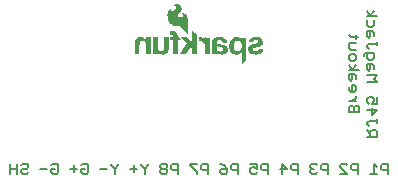
<source format=gbr>
G04 EAGLE Gerber RS-274X export*
G75*
%MOMM*%
%FSLAX34Y34*%
%LPD*%
%INSilkscreen Bottom*%
%IPPOS*%
%AMOC8*
5,1,8,0,0,1.08239X$1,22.5*%
G01*
%ADD10C,0.152400*%

G36*
X156195Y147149D02*
X156195Y147149D01*
X156195Y147150D01*
X156195Y159950D01*
X156195Y159951D01*
X155995Y161751D01*
X155994Y161751D01*
X155995Y161752D01*
X155795Y162352D01*
X155794Y162352D01*
X155494Y162952D01*
X155494Y162953D01*
X155194Y163453D01*
X155193Y163453D01*
X155193Y163454D01*
X154693Y163754D01*
X154293Y164054D01*
X154292Y164054D01*
X154292Y164055D01*
X153292Y164455D01*
X153291Y164454D01*
X153291Y164455D01*
X152691Y164555D01*
X152690Y164555D01*
X151890Y164555D01*
X151889Y164554D01*
X151889Y164555D01*
X151489Y164455D01*
X151290Y164455D01*
X151289Y164454D01*
X151288Y164454D01*
X151088Y164354D01*
X151087Y164354D01*
X151087Y164352D01*
X151085Y164348D01*
X151087Y164348D01*
X151086Y164346D01*
X151186Y164246D01*
X151188Y164246D01*
X151588Y164046D01*
X151588Y164045D01*
X151887Y163946D01*
X152086Y163746D01*
X152286Y163547D01*
X152486Y163248D01*
X152585Y162949D01*
X152585Y162651D01*
X152485Y162352D01*
X152286Y161953D01*
X151987Y161654D01*
X151688Y161454D01*
X151189Y161255D01*
X150690Y161155D01*
X149891Y161155D01*
X149092Y161355D01*
X148493Y161754D01*
X148094Y162253D01*
X147895Y162851D01*
X147895Y163549D01*
X148194Y164247D01*
X148894Y165047D01*
X149694Y165947D01*
X150394Y166747D01*
X150394Y166748D01*
X150894Y167648D01*
X150894Y167649D01*
X150895Y167649D01*
X151095Y168549D01*
X151095Y168550D01*
X151095Y169350D01*
X151094Y169351D01*
X151095Y169352D01*
X150795Y170252D01*
X150794Y170252D01*
X150794Y170253D01*
X150294Y170953D01*
X150293Y170953D01*
X150293Y170954D01*
X149393Y171754D01*
X149392Y171754D01*
X148292Y172354D01*
X148291Y172354D01*
X148291Y172355D01*
X147191Y172555D01*
X147190Y172555D01*
X146190Y172555D01*
X146189Y172554D01*
X146188Y172555D01*
X145288Y172255D01*
X144488Y171955D01*
X144488Y171954D01*
X143888Y171654D01*
X143887Y171654D01*
X143487Y171354D01*
X143486Y171354D01*
X143386Y171254D01*
X143386Y171252D01*
X143385Y171251D01*
X143386Y171249D01*
X143386Y171247D01*
X143388Y171247D01*
X143390Y171245D01*
X143690Y171245D01*
X143691Y171246D01*
X143692Y171245D01*
X143991Y171345D01*
X144289Y171345D01*
X144689Y171245D01*
X145188Y171145D01*
X145587Y170946D01*
X145986Y170647D01*
X146186Y170348D01*
X146285Y170048D01*
X146286Y170048D01*
X146385Y169848D01*
X146485Y169550D01*
X146385Y169252D01*
X146385Y169251D01*
X146285Y168852D01*
X146086Y168553D01*
X146086Y168552D01*
X145886Y168153D01*
X145587Y167854D01*
X145287Y167654D01*
X144887Y167354D01*
X144588Y167154D01*
X143789Y166755D01*
X143091Y166755D01*
X142792Y166855D01*
X142494Y167053D01*
X142395Y167352D01*
X142295Y167651D01*
X142295Y168450D01*
X142294Y168451D01*
X142295Y168452D01*
X142293Y168452D01*
X142291Y168455D01*
X142289Y168454D01*
X142288Y168454D01*
X141488Y168054D01*
X141487Y168053D01*
X141486Y168053D01*
X140686Y167153D01*
X139986Y165953D01*
X139986Y165952D01*
X139985Y165952D01*
X139485Y164552D01*
X139485Y164551D01*
X139185Y162951D01*
X139186Y162950D01*
X139185Y162950D01*
X139285Y161150D01*
X139286Y161149D01*
X139285Y161149D01*
X139785Y159349D01*
X139786Y159348D01*
X140786Y157548D01*
X140786Y157547D01*
X141486Y156647D01*
X141487Y156647D01*
X141486Y156646D01*
X142286Y155846D01*
X142287Y155846D01*
X143087Y155146D01*
X144087Y154546D01*
X144088Y154546D01*
X144088Y154545D01*
X145088Y154145D01*
X145089Y154146D01*
X145089Y154145D01*
X146189Y153845D01*
X147389Y153645D01*
X147390Y153645D01*
X149290Y153645D01*
X149888Y153545D01*
X150387Y153246D01*
X150887Y152846D01*
X151387Y152446D01*
X151886Y151847D01*
X151887Y151847D01*
X151886Y151846D01*
X153186Y150547D01*
X153686Y149847D01*
X153687Y149847D01*
X153686Y149846D01*
X154286Y149247D01*
X154786Y148647D01*
X154787Y148647D01*
X154786Y148646D01*
X155286Y148147D01*
X155586Y147747D01*
X155587Y147747D01*
X155586Y147746D01*
X155886Y147447D01*
X156086Y147147D01*
X156089Y147146D01*
X156090Y147145D01*
X156190Y147145D01*
X156195Y147149D01*
G37*
G36*
X201891Y121647D02*
X201891Y121647D01*
X201894Y121646D01*
X202793Y122546D01*
X204293Y123746D01*
X204293Y123747D01*
X204294Y123746D01*
X205193Y124646D01*
X205693Y125046D01*
X205694Y125049D01*
X205695Y125050D01*
X205695Y143550D01*
X205692Y143553D01*
X205691Y143555D01*
X205291Y143655D01*
X204791Y143755D01*
X204790Y143755D01*
X204291Y143755D01*
X203891Y143855D01*
X203391Y143955D01*
X202991Y144055D01*
X201991Y144255D01*
X201990Y144254D01*
X201985Y144252D01*
X201986Y144251D01*
X201985Y144250D01*
X201985Y142464D01*
X201594Y142953D01*
X201594Y142954D01*
X201194Y143354D01*
X201193Y143354D01*
X200693Y143754D01*
X199693Y144354D01*
X199691Y144354D01*
X199691Y144355D01*
X198491Y144555D01*
X198490Y144555D01*
X197790Y144555D01*
X197730Y144551D01*
X197655Y144546D01*
X197581Y144541D01*
X197580Y144541D01*
X197506Y144536D01*
X197432Y144531D01*
X197431Y144531D01*
X197357Y144526D01*
X197282Y144521D01*
X197208Y144516D01*
X197133Y144511D01*
X197059Y144506D01*
X196984Y144501D01*
X196910Y144496D01*
X196835Y144491D01*
X196761Y144486D01*
X196686Y144481D01*
X196612Y144476D01*
X196537Y144471D01*
X196463Y144467D01*
X196388Y144462D01*
X196314Y144457D01*
X196313Y144457D01*
X196290Y144455D01*
X196289Y144454D01*
X196288Y144455D01*
X194888Y143955D01*
X194888Y143954D01*
X194887Y143954D01*
X193787Y143254D01*
X193787Y143253D01*
X193786Y143253D01*
X192886Y142253D01*
X192186Y141153D01*
X192186Y141152D01*
X192185Y141151D01*
X191785Y139851D01*
X191485Y138451D01*
X191485Y138450D01*
X191385Y136950D01*
X191485Y135550D01*
X191485Y135549D01*
X191785Y134249D01*
X191786Y134249D01*
X191785Y134248D01*
X192285Y133048D01*
X192286Y133048D01*
X192886Y131948D01*
X192887Y131947D01*
X192886Y131946D01*
X193786Y131046D01*
X193787Y131046D01*
X194887Y130246D01*
X194888Y130246D01*
X194888Y130245D01*
X196088Y129845D01*
X196089Y129846D01*
X196089Y129845D01*
X197589Y129645D01*
X197590Y129646D01*
X197591Y129645D01*
X199391Y129945D01*
X199391Y129946D01*
X199392Y129946D01*
X199992Y130246D01*
X199993Y130246D01*
X200993Y130846D01*
X200993Y130847D01*
X200994Y130847D01*
X201394Y131347D01*
X201792Y131845D01*
X201885Y131845D01*
X201885Y121650D01*
X201886Y121649D01*
X201886Y121647D01*
X201888Y121647D01*
X201889Y121645D01*
X201891Y121647D01*
G37*
G36*
X185891Y129645D02*
X185891Y129645D01*
X186391Y129745D01*
X186890Y129745D01*
X186891Y129746D01*
X186891Y129745D01*
X187291Y129845D01*
X187292Y129846D01*
X187292Y129845D01*
X187792Y130045D01*
X187792Y130046D01*
X188192Y130246D01*
X188193Y130246D01*
X188492Y130446D01*
X188892Y130646D01*
X188893Y130647D01*
X188894Y130646D01*
X189194Y130946D01*
X189194Y130947D01*
X189394Y131247D01*
X189694Y131647D01*
X189894Y131947D01*
X189894Y131949D01*
X189895Y131949D01*
X189995Y132448D01*
X190194Y132848D01*
X190194Y132849D01*
X190195Y132849D01*
X190195Y132850D01*
X190195Y133350D01*
X190295Y133849D01*
X190294Y133850D01*
X190295Y133851D01*
X190095Y134951D01*
X190095Y134952D01*
X189795Y135852D01*
X189794Y135852D01*
X189394Y136552D01*
X189393Y136553D01*
X189393Y136554D01*
X188693Y137154D01*
X188692Y137154D01*
X187992Y137554D01*
X187992Y137555D01*
X187192Y137855D01*
X187191Y137855D01*
X186391Y138055D01*
X183691Y138355D01*
X182991Y138455D01*
X182291Y138655D01*
X181692Y138855D01*
X181193Y139154D01*
X180895Y139552D01*
X180895Y140649D01*
X181194Y141247D01*
X181294Y141346D01*
X181294Y141348D01*
X181394Y141546D01*
X181991Y141845D01*
X182190Y141845D01*
X182191Y141846D01*
X182192Y141846D01*
X182391Y141945D01*
X184189Y141945D01*
X185187Y141446D01*
X185586Y141047D01*
X185685Y140848D01*
X185785Y140548D01*
X185786Y140548D01*
X185885Y140349D01*
X185885Y139850D01*
X185889Y139845D01*
X185890Y139845D01*
X189790Y139845D01*
X189791Y139846D01*
X189795Y139849D01*
X189794Y139850D01*
X189795Y139850D01*
X189795Y139851D01*
X189595Y141051D01*
X189594Y141051D01*
X189595Y141052D01*
X189395Y141652D01*
X189394Y141652D01*
X189394Y141653D01*
X189094Y142053D01*
X188794Y142553D01*
X188494Y142953D01*
X188493Y142953D01*
X188493Y142954D01*
X188093Y143254D01*
X187093Y143854D01*
X187092Y143854D01*
X187092Y143855D01*
X186592Y144055D01*
X186591Y144054D01*
X186591Y144055D01*
X186091Y144155D01*
X185492Y144355D01*
X185491Y144355D01*
X184891Y144455D01*
X184391Y144555D01*
X184390Y144555D01*
X182090Y144555D01*
X182089Y144555D01*
X181590Y144455D01*
X180990Y144455D01*
X180989Y144455D01*
X180489Y144355D01*
X180489Y144354D01*
X180488Y144355D01*
X179989Y144155D01*
X179489Y144055D01*
X179489Y144054D01*
X179488Y144055D01*
X178988Y143855D01*
X178988Y143854D01*
X178987Y143854D01*
X177787Y142954D01*
X177787Y142953D01*
X177786Y142953D01*
X177486Y142553D01*
X177486Y142552D01*
X177286Y142152D01*
X177285Y142152D01*
X177085Y141652D01*
X177086Y141651D01*
X177085Y141651D01*
X176985Y141151D01*
X176985Y141150D01*
X176985Y132451D01*
X176886Y132252D01*
X176886Y132251D01*
X176885Y132250D01*
X176885Y131351D01*
X176786Y131152D01*
X176785Y131151D01*
X176786Y131151D01*
X176785Y131150D01*
X176785Y130951D01*
X176686Y130752D01*
X176686Y130751D01*
X176685Y130750D01*
X176685Y130451D01*
X176586Y130253D01*
X176486Y130154D01*
X176486Y130151D01*
X176485Y130150D01*
X176485Y130050D01*
X176489Y130045D01*
X176490Y130045D01*
X180390Y130045D01*
X180395Y130049D01*
X180395Y130050D01*
X180395Y130148D01*
X180494Y130246D01*
X180494Y130249D01*
X180495Y130250D01*
X180495Y130348D01*
X180594Y130446D01*
X180594Y130448D01*
X180595Y130449D01*
X180595Y130450D01*
X180595Y130748D01*
X180694Y130846D01*
X180694Y130849D01*
X180695Y130850D01*
X180695Y131434D01*
X180886Y131147D01*
X180887Y131147D01*
X180887Y131146D01*
X181187Y130946D01*
X181386Y130746D01*
X181387Y130746D01*
X181687Y130546D01*
X181688Y130546D01*
X181688Y130545D01*
X181988Y130446D01*
X182287Y130246D01*
X182288Y130246D01*
X182288Y130245D01*
X183488Y129845D01*
X183489Y129846D01*
X183490Y129845D01*
X183789Y129845D01*
X184088Y129745D01*
X184089Y129746D01*
X184090Y129745D01*
X184489Y129745D01*
X184788Y129645D01*
X184789Y129646D01*
X184790Y129645D01*
X185890Y129645D01*
X185891Y129645D01*
G37*
G36*
X154892Y130047D02*
X154892Y130047D01*
X154894Y130047D01*
X158791Y136342D01*
X160285Y134948D01*
X160285Y130050D01*
X160289Y130045D01*
X160290Y130045D01*
X164190Y130045D01*
X164195Y130049D01*
X164195Y130050D01*
X164195Y147450D01*
X164193Y147452D01*
X164192Y147454D01*
X160292Y149554D01*
X160291Y149554D01*
X160291Y149555D01*
X160289Y149554D01*
X160286Y149553D01*
X160286Y149551D01*
X160285Y149550D01*
X160285Y139162D01*
X155394Y144253D01*
X155391Y144254D01*
X155390Y144255D01*
X150790Y144255D01*
X150789Y144254D01*
X150787Y144254D01*
X150787Y144252D01*
X150785Y144251D01*
X150787Y144249D01*
X150787Y144246D01*
X156084Y139049D01*
X150186Y130053D01*
X150186Y130051D01*
X150185Y130051D01*
X150186Y130049D01*
X150187Y130046D01*
X150189Y130047D01*
X150190Y130045D01*
X154890Y130045D01*
X154892Y130047D01*
G37*
G36*
X115395Y130049D02*
X115395Y130049D01*
X115395Y130050D01*
X115395Y138050D01*
X115495Y138849D01*
X115595Y139549D01*
X115695Y140148D01*
X115994Y140647D01*
X116293Y141046D01*
X116792Y141345D01*
X117291Y141445D01*
X117890Y141545D01*
X118689Y141445D01*
X119288Y141345D01*
X119787Y141046D01*
X120186Y140547D01*
X120486Y140048D01*
X120785Y139349D01*
X120885Y138449D01*
X120885Y130050D01*
X120889Y130045D01*
X120890Y130045D01*
X124790Y130045D01*
X124795Y130049D01*
X124795Y130050D01*
X124795Y144250D01*
X124791Y144255D01*
X124790Y144255D01*
X121090Y144255D01*
X121085Y144251D01*
X121085Y144250D01*
X121085Y142255D01*
X120993Y142255D01*
X120594Y142853D01*
X120594Y142854D01*
X120194Y143254D01*
X120193Y143254D01*
X119693Y143654D01*
X119093Y144054D01*
X119092Y144054D01*
X119092Y144055D01*
X117892Y144455D01*
X117891Y144455D01*
X117291Y144555D01*
X117290Y144555D01*
X116690Y144555D01*
X116673Y144554D01*
X116603Y144549D01*
X116534Y144544D01*
X116464Y144539D01*
X116395Y144534D01*
X116325Y144529D01*
X116256Y144524D01*
X116186Y144519D01*
X116117Y144514D01*
X116116Y144514D01*
X116047Y144509D01*
X115977Y144504D01*
X115908Y144499D01*
X115838Y144494D01*
X115769Y144489D01*
X115699Y144484D01*
X115630Y144479D01*
X115560Y144474D01*
X115490Y144469D01*
X115421Y144464D01*
X115351Y144459D01*
X115290Y144455D01*
X115289Y144455D01*
X114189Y144155D01*
X114188Y144154D01*
X113288Y143654D01*
X113287Y143653D01*
X113286Y143654D01*
X112586Y142954D01*
X112586Y142953D01*
X112086Y142153D01*
X112086Y142152D01*
X112085Y142151D01*
X111785Y141151D01*
X111585Y140051D01*
X111585Y140050D01*
X111485Y138750D01*
X111485Y130050D01*
X111489Y130045D01*
X111490Y130045D01*
X115390Y130045D01*
X115395Y130049D01*
G37*
G36*
X136390Y129745D02*
X136390Y129745D01*
X136391Y129746D01*
X136392Y129745D01*
X137492Y130145D01*
X137492Y130146D01*
X138392Y130646D01*
X138393Y130646D01*
X139093Y131246D01*
X139093Y131247D01*
X139094Y131248D01*
X139594Y132148D01*
X139595Y132149D01*
X139895Y133149D01*
X140095Y134249D01*
X140095Y134250D01*
X140095Y144250D01*
X140091Y144255D01*
X140090Y144255D01*
X136290Y144255D01*
X136285Y144251D01*
X136285Y144250D01*
X136285Y136250D01*
X136085Y134651D01*
X135985Y134052D01*
X135686Y133653D01*
X135387Y133254D01*
X134888Y132955D01*
X134389Y132855D01*
X133790Y132755D01*
X132991Y132855D01*
X132392Y132955D01*
X131893Y133254D01*
X131494Y133653D01*
X131195Y134252D01*
X130895Y134951D01*
X130795Y135750D01*
X130795Y144250D01*
X130791Y144255D01*
X130790Y144255D01*
X126890Y144255D01*
X126885Y144251D01*
X126885Y144250D01*
X126885Y130050D01*
X126889Y130045D01*
X126890Y130045D01*
X130590Y130045D01*
X130595Y130049D01*
X130595Y130050D01*
X130595Y132045D01*
X130687Y132045D01*
X131086Y131447D01*
X131486Y130947D01*
X131487Y130947D01*
X131487Y130946D01*
X131987Y130546D01*
X131988Y130546D01*
X132588Y130246D01*
X132588Y130245D01*
X133088Y130045D01*
X133688Y129845D01*
X133689Y129846D01*
X133689Y129845D01*
X134389Y129745D01*
X134989Y129645D01*
X134990Y129646D01*
X134990Y129645D01*
X136390Y129745D01*
G37*
G36*
X214990Y129745D02*
X214990Y129745D01*
X214991Y129745D01*
X216191Y129945D01*
X217291Y130245D01*
X217292Y130246D01*
X218292Y130746D01*
X218293Y130746D01*
X219093Y131446D01*
X219093Y131447D01*
X219094Y131447D01*
X219794Y132347D01*
X219794Y132348D01*
X219795Y132348D01*
X220195Y133348D01*
X220194Y133349D01*
X220195Y133349D01*
X220395Y134649D01*
X220395Y134650D01*
X220391Y134655D01*
X220391Y134654D01*
X220390Y134655D01*
X216690Y134655D01*
X216685Y134651D01*
X216685Y134650D01*
X216685Y134051D01*
X216486Y133553D01*
X216186Y133154D01*
X215787Y132854D01*
X215388Y132555D01*
X214789Y132455D01*
X214289Y132355D01*
X213690Y132255D01*
X213291Y132355D01*
X213290Y132354D01*
X213290Y132355D01*
X212891Y132355D01*
X212492Y132455D01*
X212093Y132654D01*
X211693Y132954D01*
X211395Y133253D01*
X211295Y133651D01*
X211195Y134050D01*
X211295Y134448D01*
X211494Y134847D01*
X211893Y135146D01*
X212392Y135446D01*
X212991Y135645D01*
X214591Y136045D01*
X215591Y136245D01*
X216491Y136445D01*
X216491Y136446D01*
X216492Y136445D01*
X217292Y136745D01*
X217992Y137045D01*
X217992Y137046D01*
X218692Y137446D01*
X218693Y137446D01*
X219293Y137846D01*
X219293Y137847D01*
X219294Y137847D01*
X219694Y138447D01*
X219694Y138448D01*
X219695Y138448D01*
X219995Y139148D01*
X219994Y139149D01*
X219995Y139149D01*
X220095Y140049D01*
X220095Y140050D01*
X219995Y141250D01*
X219994Y141251D01*
X219995Y141252D01*
X219595Y142252D01*
X219594Y142252D01*
X219594Y142253D01*
X218894Y143053D01*
X218893Y143053D01*
X218893Y143054D01*
X218193Y143654D01*
X218192Y143654D01*
X217192Y144154D01*
X217191Y144154D01*
X217191Y144155D01*
X216191Y144355D01*
X215091Y144555D01*
X215090Y144555D01*
X212790Y144555D01*
X212789Y144555D01*
X211689Y144355D01*
X210689Y144055D01*
X210688Y144054D01*
X210688Y144055D01*
X209788Y143655D01*
X209788Y143654D01*
X209787Y143654D01*
X208987Y143054D01*
X208987Y143053D01*
X208986Y143053D01*
X208386Y142253D01*
X208386Y142252D01*
X207886Y141252D01*
X207886Y141251D01*
X207885Y141251D01*
X207685Y140051D01*
X207686Y140050D01*
X207689Y140045D01*
X207689Y140046D01*
X207690Y140045D01*
X211390Y140045D01*
X211394Y140048D01*
X211395Y140049D01*
X211495Y140549D01*
X211694Y141048D01*
X211894Y141346D01*
X212192Y141546D01*
X212592Y141746D01*
X213091Y141945D01*
X214789Y141945D01*
X215088Y141845D01*
X215089Y141845D01*
X215489Y141745D01*
X215787Y141646D01*
X216185Y141048D01*
X216185Y140651D01*
X216085Y140252D01*
X215786Y139854D01*
X215387Y139554D01*
X214788Y139255D01*
X214189Y139055D01*
X213389Y138955D01*
X210989Y138355D01*
X210089Y138155D01*
X210088Y138154D01*
X208688Y137354D01*
X208687Y137354D01*
X208087Y136854D01*
X208087Y136853D01*
X208086Y136853D01*
X207686Y136253D01*
X207686Y136252D01*
X207685Y136252D01*
X207385Y135552D01*
X207386Y135551D01*
X207385Y135551D01*
X207285Y134651D01*
X207286Y134650D01*
X207285Y134649D01*
X207485Y133349D01*
X207486Y133349D01*
X207485Y133348D01*
X207885Y132248D01*
X207886Y132248D01*
X207886Y132247D01*
X208486Y131447D01*
X208487Y131447D01*
X208487Y131446D01*
X209287Y130746D01*
X209288Y130746D01*
X210288Y130246D01*
X210289Y130245D01*
X211389Y129945D01*
X212589Y129745D01*
X212590Y129745D01*
X213790Y129645D01*
X214990Y129745D01*
G37*
G36*
X147795Y130049D02*
X147795Y130049D01*
X147795Y130050D01*
X147795Y141645D01*
X151690Y141645D01*
X151692Y141646D01*
X151694Y141647D01*
X151693Y141648D01*
X151695Y141649D01*
X151693Y141651D01*
X151693Y141654D01*
X151293Y141954D01*
X149694Y143554D01*
X149693Y143554D01*
X149294Y143854D01*
X148994Y144253D01*
X148991Y144254D01*
X148990Y144255D01*
X147795Y144255D01*
X147795Y146250D01*
X147794Y146251D01*
X147795Y146252D01*
X147495Y147052D01*
X147195Y147752D01*
X147194Y147752D01*
X147194Y147753D01*
X146694Y148353D01*
X146693Y148353D01*
X146693Y148354D01*
X145993Y148854D01*
X145992Y148854D01*
X145192Y149254D01*
X145191Y149255D01*
X144191Y149555D01*
X144191Y149554D01*
X144190Y149555D01*
X141290Y149555D01*
X141289Y149554D01*
X141288Y149554D01*
X141088Y149454D01*
X141087Y149451D01*
X141085Y149450D01*
X141085Y146650D01*
X141089Y146645D01*
X141090Y146645D01*
X142789Y146645D01*
X143188Y146545D01*
X143587Y146346D01*
X143786Y146048D01*
X143885Y145849D01*
X143885Y145450D01*
X143886Y145449D01*
X143885Y145449D01*
X143985Y145049D01*
X143985Y144255D01*
X141290Y144255D01*
X141285Y144251D01*
X141285Y144250D01*
X141285Y141650D01*
X141289Y141645D01*
X141290Y141645D01*
X143985Y141645D01*
X143985Y130050D01*
X143989Y130045D01*
X143990Y130045D01*
X147790Y130045D01*
X147795Y130049D01*
G37*
G36*
X174795Y130049D02*
X174795Y130049D01*
X174795Y130050D01*
X174795Y143550D01*
X174792Y143554D01*
X174791Y143555D01*
X174291Y143655D01*
X173891Y143755D01*
X173890Y143754D01*
X173890Y143755D01*
X173390Y143755D01*
X172891Y143855D01*
X172491Y143955D01*
X171991Y144055D01*
X171491Y144155D01*
X171091Y144255D01*
X171090Y144254D01*
X171085Y144252D01*
X171086Y144251D01*
X171085Y144250D01*
X171085Y141569D01*
X170694Y142252D01*
X170694Y142253D01*
X170294Y142753D01*
X169794Y143353D01*
X169793Y143353D01*
X169793Y143354D01*
X169293Y143754D01*
X169292Y143754D01*
X168592Y144154D01*
X168592Y144155D01*
X167992Y144355D01*
X167991Y144355D01*
X167291Y144555D01*
X167291Y144554D01*
X167290Y144555D01*
X165890Y144555D01*
X165888Y144553D01*
X165886Y144554D01*
X165788Y144455D01*
X165690Y144455D01*
X165685Y144451D01*
X165685Y144450D01*
X165685Y140850D01*
X165689Y140845D01*
X165690Y140845D01*
X165790Y140845D01*
X165791Y140846D01*
X165792Y140846D01*
X165991Y140945D01*
X167090Y140945D01*
X168089Y140845D01*
X168888Y140645D01*
X169587Y140246D01*
X170086Y139647D01*
X170485Y138948D01*
X170685Y138249D01*
X170885Y137349D01*
X170885Y130050D01*
X170889Y130045D01*
X170890Y130045D01*
X174790Y130045D01*
X174795Y130049D01*
G37*
%LPC*%
G36*
X197791Y132755D02*
X197791Y132755D01*
X196992Y132955D01*
X196394Y133454D01*
X195994Y133953D01*
X195695Y134652D01*
X195395Y135451D01*
X195295Y136250D01*
X195295Y137950D01*
X195395Y138749D01*
X195695Y139548D01*
X195994Y140247D01*
X196493Y140846D01*
X197092Y141246D01*
X197791Y141545D01*
X198690Y141645D01*
X199489Y141545D01*
X200287Y141246D01*
X200787Y140846D01*
X201286Y140247D01*
X201585Y139548D01*
X201885Y138749D01*
X201985Y137950D01*
X201985Y136251D01*
X201785Y135451D01*
X201585Y134652D01*
X201286Y133953D01*
X200787Y133454D01*
X200188Y132954D01*
X199489Y132755D01*
X198590Y132655D01*
X197791Y132755D01*
G37*
%LPD*%
%LPC*%
G36*
X183990Y132255D02*
X183990Y132255D01*
X183491Y132355D01*
X183490Y132355D01*
X182991Y132355D01*
X182592Y132554D01*
X182591Y132555D01*
X182192Y132655D01*
X181893Y132854D01*
X181694Y133053D01*
X181494Y133353D01*
X181494Y133354D01*
X181294Y133553D01*
X181195Y133852D01*
X181095Y134152D01*
X181094Y134152D01*
X180995Y134352D01*
X180895Y134651D01*
X180895Y136938D01*
X181086Y136746D01*
X181089Y136746D01*
X181090Y136745D01*
X181289Y136745D01*
X181688Y136546D01*
X181689Y136546D01*
X181690Y136545D01*
X181889Y136545D01*
X182088Y136446D01*
X182089Y136446D01*
X182090Y136445D01*
X182489Y136445D01*
X182688Y136346D01*
X182689Y136346D01*
X182690Y136345D01*
X182889Y136345D01*
X183188Y136245D01*
X183189Y136246D01*
X183190Y136245D01*
X183589Y136245D01*
X183888Y136145D01*
X183889Y136146D01*
X183890Y136145D01*
X184289Y136145D01*
X184488Y136046D01*
X184489Y136046D01*
X184490Y136045D01*
X184689Y136045D01*
X184988Y135945D01*
X185187Y135846D01*
X185286Y135746D01*
X185288Y135746D01*
X185687Y135546D01*
X185786Y135446D01*
X185788Y135446D01*
X185986Y135346D01*
X186285Y134749D01*
X186285Y134550D01*
X186286Y134549D01*
X186286Y134548D01*
X186385Y134349D01*
X186385Y133851D01*
X186285Y133552D01*
X186285Y133551D01*
X186286Y133551D01*
X186285Y133550D01*
X186285Y133351D01*
X186186Y133153D01*
X186086Y133054D01*
X186086Y133052D01*
X185986Y132854D01*
X185788Y132754D01*
X185787Y132753D01*
X185786Y132754D01*
X185687Y132654D01*
X185289Y132455D01*
X185090Y132455D01*
X185089Y132454D01*
X185088Y132454D01*
X184889Y132355D01*
X184690Y132355D01*
X184689Y132354D01*
X184688Y132354D01*
X184489Y132255D01*
X183990Y132255D01*
G37*
%LPD*%
D10*
X326093Y28702D02*
X326093Y37345D01*
X321772Y37345D01*
X320331Y35905D01*
X320331Y33024D01*
X321772Y31583D01*
X326093Y31583D01*
X316738Y34464D02*
X313857Y37345D01*
X313857Y28702D01*
X316738Y28702D02*
X310976Y28702D01*
X300693Y28702D02*
X300693Y37345D01*
X296372Y37345D01*
X294931Y35905D01*
X294931Y33024D01*
X296372Y31583D01*
X300693Y31583D01*
X291338Y28702D02*
X285576Y28702D01*
X291338Y28702D02*
X285576Y34464D01*
X285576Y35905D01*
X287016Y37345D01*
X289897Y37345D01*
X291338Y35905D01*
X275293Y37345D02*
X275293Y28702D01*
X275293Y37345D02*
X270972Y37345D01*
X269531Y35905D01*
X269531Y33024D01*
X270972Y31583D01*
X275293Y31583D01*
X265938Y35905D02*
X264497Y37345D01*
X261616Y37345D01*
X260176Y35905D01*
X260176Y34464D01*
X261616Y33024D01*
X263057Y33024D01*
X261616Y33024D02*
X260176Y31583D01*
X260176Y30143D01*
X261616Y28702D01*
X264497Y28702D01*
X265938Y30143D01*
X249893Y28702D02*
X249893Y37345D01*
X245572Y37345D01*
X244131Y35905D01*
X244131Y33024D01*
X245572Y31583D01*
X249893Y31583D01*
X236216Y28702D02*
X236216Y37345D01*
X240538Y33024D01*
X234776Y33024D01*
X224493Y37345D02*
X224493Y28702D01*
X224493Y37345D02*
X220172Y37345D01*
X218731Y35905D01*
X218731Y33024D01*
X220172Y31583D01*
X224493Y31583D01*
X215138Y37345D02*
X209376Y37345D01*
X215138Y37345D02*
X215138Y33024D01*
X212257Y34464D01*
X210816Y34464D01*
X209376Y33024D01*
X209376Y30143D01*
X210816Y28702D01*
X213697Y28702D01*
X215138Y30143D01*
X199093Y28702D02*
X199093Y37345D01*
X194772Y37345D01*
X193331Y35905D01*
X193331Y33024D01*
X194772Y31583D01*
X199093Y31583D01*
X186857Y35905D02*
X183976Y37345D01*
X186857Y35905D02*
X189738Y33024D01*
X189738Y30143D01*
X188297Y28702D01*
X185416Y28702D01*
X183976Y30143D01*
X183976Y31583D01*
X185416Y33024D01*
X189738Y33024D01*
X173693Y28702D02*
X173693Y37345D01*
X169372Y37345D01*
X167931Y35905D01*
X167931Y33024D01*
X169372Y31583D01*
X173693Y31583D01*
X164338Y37345D02*
X158576Y37345D01*
X158576Y35905D01*
X164338Y30143D01*
X164338Y28702D01*
X148293Y28702D02*
X148293Y37345D01*
X143972Y37345D01*
X142531Y35905D01*
X142531Y33024D01*
X143972Y31583D01*
X148293Y31583D01*
X138938Y35905D02*
X137497Y37345D01*
X134616Y37345D01*
X133176Y35905D01*
X133176Y34464D01*
X134616Y33024D01*
X133176Y31583D01*
X133176Y30143D01*
X134616Y28702D01*
X137497Y28702D01*
X138938Y30143D01*
X138938Y31583D01*
X137497Y33024D01*
X138938Y34464D01*
X138938Y35905D01*
X137497Y33024D02*
X134616Y33024D01*
X122893Y35905D02*
X122893Y37345D01*
X122893Y35905D02*
X120012Y33024D01*
X117131Y35905D01*
X117131Y37345D01*
X120012Y33024D02*
X120012Y28702D01*
X113538Y33024D02*
X107776Y33024D01*
X110657Y35905D02*
X110657Y30143D01*
X97493Y35905D02*
X97493Y37345D01*
X97493Y35905D02*
X94612Y33024D01*
X91731Y35905D01*
X91731Y37345D01*
X94612Y33024D02*
X94612Y28702D01*
X88138Y33024D02*
X82376Y33024D01*
X67772Y37345D02*
X66331Y35905D01*
X67772Y37345D02*
X70653Y37345D01*
X72093Y35905D01*
X72093Y30143D01*
X70653Y28702D01*
X67772Y28702D01*
X66331Y30143D01*
X66331Y33024D01*
X69212Y33024D01*
X62738Y33024D02*
X56976Y33024D01*
X59857Y35905D02*
X59857Y30143D01*
X42372Y37345D02*
X40931Y35905D01*
X42372Y37345D02*
X45253Y37345D01*
X46693Y35905D01*
X46693Y30143D01*
X45253Y28702D01*
X42372Y28702D01*
X40931Y30143D01*
X40931Y33024D01*
X43812Y33024D01*
X37338Y33024D02*
X31576Y33024D01*
X16972Y37345D02*
X15531Y35905D01*
X16972Y37345D02*
X19853Y37345D01*
X21293Y35905D01*
X21293Y34464D01*
X19853Y33024D01*
X16972Y33024D01*
X15531Y31583D01*
X15531Y30143D01*
X16972Y28702D01*
X19853Y28702D01*
X21293Y30143D01*
X11938Y28702D02*
X11938Y37345D01*
X11938Y33024D02*
X6176Y33024D01*
X6176Y37345D02*
X6176Y28702D01*
X308102Y59710D02*
X316745Y59710D01*
X316745Y64032D01*
X315305Y65473D01*
X312424Y65473D01*
X310983Y64032D01*
X310983Y59710D01*
X310983Y62592D02*
X308102Y65473D01*
X309543Y69066D02*
X308102Y70506D01*
X308102Y71947D01*
X309543Y73387D01*
X316745Y73387D01*
X316745Y71947D02*
X316745Y74828D01*
X316745Y82743D02*
X308102Y82743D01*
X312424Y78421D02*
X316745Y82743D01*
X312424Y84183D02*
X312424Y78421D01*
X316745Y87776D02*
X316745Y93538D01*
X316745Y87776D02*
X312424Y87776D01*
X313864Y90657D01*
X313864Y92098D01*
X312424Y93538D01*
X309543Y93538D01*
X308102Y92098D01*
X308102Y89217D01*
X309543Y87776D01*
X308102Y106486D02*
X316745Y106486D01*
X313864Y109368D01*
X316745Y112249D01*
X308102Y112249D01*
X313864Y117282D02*
X313864Y120163D01*
X312424Y121604D01*
X308102Y121604D01*
X308102Y117282D01*
X309543Y115842D01*
X310983Y117282D01*
X310983Y121604D01*
X305221Y128078D02*
X305221Y129518D01*
X306661Y130959D01*
X313864Y130959D01*
X313864Y126637D01*
X312424Y125197D01*
X309543Y125197D01*
X308102Y126637D01*
X308102Y130959D01*
X309543Y134552D02*
X308102Y135993D01*
X308102Y137433D01*
X309543Y138874D01*
X316745Y138874D01*
X316745Y140314D02*
X316745Y137433D01*
X313864Y145348D02*
X313864Y148229D01*
X312424Y149669D01*
X308102Y149669D01*
X308102Y145348D01*
X309543Y143907D01*
X310983Y145348D01*
X310983Y149669D01*
X313864Y154703D02*
X313864Y159025D01*
X313864Y154703D02*
X312424Y153262D01*
X309543Y153262D01*
X308102Y154703D01*
X308102Y159025D01*
X308102Y162618D02*
X316745Y162618D01*
X310983Y162618D02*
X308102Y166939D01*
X310983Y162618D02*
X313864Y166939D01*
X301505Y80760D02*
X292862Y80760D01*
X301505Y80760D02*
X301505Y85081D01*
X300065Y86522D01*
X298624Y86522D01*
X297184Y85081D01*
X295743Y86522D01*
X294303Y86522D01*
X292862Y85081D01*
X292862Y80760D01*
X297184Y80760D02*
X297184Y85081D01*
X298624Y90115D02*
X292862Y90115D01*
X295743Y90115D02*
X298624Y92996D01*
X298624Y94437D01*
X292862Y99351D02*
X292862Y102232D01*
X292862Y99351D02*
X294303Y97911D01*
X297184Y97911D01*
X298624Y99351D01*
X298624Y102232D01*
X297184Y103673D01*
X295743Y103673D01*
X295743Y97911D01*
X298624Y108707D02*
X298624Y111588D01*
X297184Y113028D01*
X292862Y113028D01*
X292862Y108707D01*
X294303Y107266D01*
X295743Y108707D01*
X295743Y113028D01*
X292862Y116621D02*
X301505Y116621D01*
X295743Y116621D02*
X292862Y120943D01*
X295743Y116621D02*
X298624Y120943D01*
X292862Y125858D02*
X292862Y128739D01*
X294303Y130179D01*
X297184Y130179D01*
X298624Y128739D01*
X298624Y125858D01*
X297184Y124417D01*
X294303Y124417D01*
X292862Y125858D01*
X294303Y133772D02*
X298624Y133772D01*
X294303Y133772D02*
X292862Y135213D01*
X292862Y139535D01*
X298624Y139535D01*
X300065Y144568D02*
X294303Y144568D01*
X292862Y146009D01*
X298624Y146009D02*
X298624Y143128D01*
M02*

</source>
